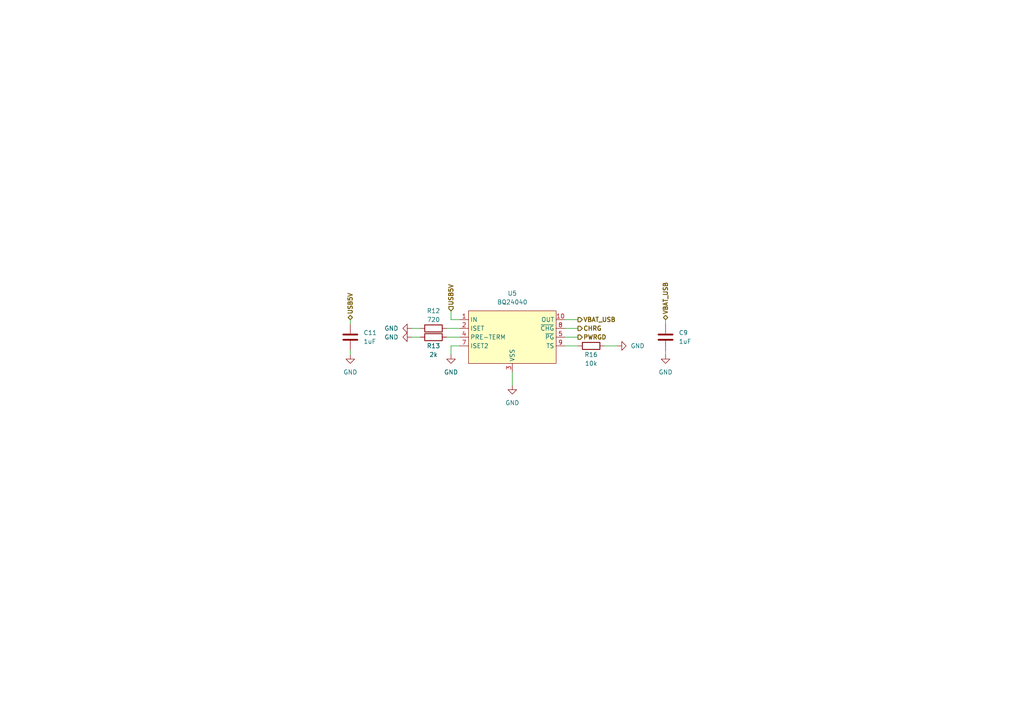
<source format=kicad_sch>
(kicad_sch (version 20230121) (generator eeschema)
  (paper "A4")
  (title_block (title "USB Power Supply") (date "2023-09-19") (rev "1.2.0"))
  (lib_symbols
    (symbol "Device:C" (pin_numbers hide) (pin_names (offset 0.254))
      (property "Reference" "C" (at 0.635 2.54 0))
      (property "Value" "C" (at 0.635 -2.54 0))
      (symbol "C_0_1"
        (polyline (pts (xy -2.032 -0.762) (xy 2.032 -0.762)) (stroke (width 0.508)))
        (polyline (pts (xy -2.032 0.762) (xy 2.032 0.762)) (stroke (width 0.508)))
      )
      (symbol "C_1_1"
        (pin passive line (at 0 3.81 270) (length 2.794) (name "~") (number "1"))
        (pin passive line (at 0 -3.81 90) (length 2.794) (name "~") (number "2"))
      )
    )
    (symbol "Device:R" (pin_numbers hide) (pin_names (offset 0))
      (property "Reference" "R" (at 2.032 0 90))
      (property "Value" "R" (at 0 0 90))
      (symbol "R_0_1"
        (rectangle (start -1.016 -2.54) (end 1.016 2.54) (stroke (width 0.254)))
      )
      (symbol "R_1_1"
        (pin passive line (at 0 3.81 270) (length 1.27) (name "~") (number "1"))
        (pin passive line (at 0 -3.81 90) (length 1.27) (name "~") (number "2"))
      )
    )
    (symbol "PicoUPS:BQ24040"
      (property "Reference" "U" (at 0 0 0))
      (symbol "BQ24040_1_1"
        (rectangle (start -12.7 7.62) (end 12.7 -7.62) (fill (type background)))
        (pin power_in line (at -15.24 5.08 0) (length 2.54) (name "IN") (number "1"))
        (pin power_out line (at 15.24 5.08 180) (length 2.54) (name "OUT") (number "10"))
        (pin power_in line (at 0 10.16 270) (length 2.54) hide (name "GND") (number "11"))
        (pin input line (at -15.24 2.54 0) (length 2.54) (name "ISET") (number "2"))
        (pin power_in line (at 0 -10.16 90) (length 2.54) (name "VSS") (number "3"))
        (pin input line (at -15.24 0 0) (length 2.54) (name "PRE-TERM") (number "4"))
        (pin open_collector line (at 15.24 0 180) (length 2.54) (name "~{PG}") (number "5"))
        (pin no_connect line (at 15.24 -5.08 180) (length 2.54) hide (name "NC") (number "6"))
        (pin input line (at -15.24 -2.54 0) (length 2.54) (name "ISET2") (number "7"))
        (pin open_collector line (at 15.24 2.54 180) (length 2.54) (name "~{CHG}") (number "8"))
        (pin input line (at 15.24 -2.54 180) (length 2.54) (name "TS") (number "9"))
      )
    )
    (symbol "power:GND" (power) (pin_names (offset 0))
      (property "Value" "GND" (at 0 -3.81 0))
      (symbol "GND_0_1"
        (polyline (pts (xy 0 0) (xy 0 -1.27) (xy 1.27 -1.27) (xy 0 -2.54) (xy -1.27 -1.27) (xy 0 -1.27)))
      )
      (symbol "GND_1_1"
        (pin power_in line (at 0 0 270) (length 0) hide (name "GND") (number "1"))
      )
    )
  )
  (wire (pts (xy 129.54 95.25) (xy 133.35 95.25)))
  (wire (pts (xy 119.38 95.25) (xy 121.92 95.25)))
  (wire (pts (xy 193.04 101.6) (xy 193.04 102.87)))
  (wire (pts (xy 175.26 100.33) (xy 179.07 100.33)))
  (wire (pts (xy 163.83 97.79) (xy 167.64 97.79)))
  (wire (pts (xy 129.54 97.79) (xy 133.35 97.79)))
  (wire (pts (xy 101.6 101.6) (xy 101.6 102.87)))
  (wire (pts (xy 148.59 107.95) (xy 148.59 111.76)))
  (wire (pts (xy 130.81 92.71) (xy 133.35 92.71)))
  (wire (pts (xy 163.83 100.33) (xy 167.64 100.33)))
  (wire (pts (xy 130.81 90.17) (xy 130.81 92.71)))
  (wire (pts (xy 163.83 92.71) (xy 167.64 92.71)))
  (wire (pts (xy 130.81 100.33) (xy 130.81 102.87)))
  (wire (pts (xy 193.04 92.71) (xy 193.04 93.98)))
  (wire (pts (xy 101.6 92.71) (xy 101.6 93.98)))
  (wire (pts (xy 163.83 95.25) (xy 167.64 95.25)))
  (wire (pts (xy 133.35 100.33) (xy 130.81 100.33)))
  (wire (pts (xy 119.38 97.79) (xy 121.92 97.79)))
  (hierarchical_label "VBAT_USB" (shape bidirectional) (at 193.04 92.71 90) (effects (font bold)))
  (hierarchical_label "USB5V" (shape input) (at 130.81 90.17 90) (effects (font bold)))
  (hierarchical_label "VBAT_USB" (shape output) (at 167.64 92.71 0) (effects (font bold)))
  (hierarchical_label "USB5V" (shape bidirectional) (at 101.6 92.71 90) (effects (font bold)))
  (hierarchical_label "CHRG" (shape output) (at 167.64 95.25 0) (effects (font bold)))
  (hierarchical_label "PWRGD" (shape output) (at 167.64 97.79 0) (effects (font bold)))
  (symbol (lib_id "Device:R") (at 171.45 100.33 270) (mirror x) (unit 1)
    (property "Reference" "R16" (at 171.45 102.87 90))
    (property "Value" "10k" (at 171.45 105.41 90))
    (property "Footprint" "Resistor_SMD:R_0805_2012Metric" (effects hide))
    (instances (project "picoups" (path "" (reference "R16") (unit 1)) (path "" (reference "R8") (unit 1))))
  )
  (symbol (lib_id "Device:R") (at 125.73 95.25 90) (unit 1)
    (property "Reference" "R12" (at 125.73 90.17 90))
    (property "Value" "720" (at 125.73 92.71 90))
    (property "Footprint" "Resistor_SMD:R_0805_2012Metric" (effects hide))
    (instances (project "picoups" (path "" (reference "R12") (unit 1)) (path "" (reference "R6") (unit 1))))
  )
  (symbol (lib_id "power:GND") (at 119.38 97.79 270) (unit 1)
    (property "Reference" "#PWR034" (effects hide))
    (property "Value" "GND" (at 115.57 97.79 90) (effects (justify right)))
    (instances (project "picoups" (path "" (reference "#PWR034") (unit 1)) (path "" (reference "#PWR06") (unit 1))))
  )
  (symbol (lib_id "PicoUPS:BQ24040") (at 148.59 97.79 0) (unit 1)
    (property "Reference" "U5" (at 148.59 85.09 0))
    (property "Value" "BQ24040" (at 148.59 87.63 0))
    (property "Footprint" "PicoUPS:WSON-10-1EP_2x2mm_P0.5mm" (effects hide))
    (instances (project "picoups" (path "" (reference "U5") (unit 1)) (path "" (reference "U4") (unit 1))))
  )
  (symbol (lib_id "power:GND") (at 119.38 95.25 270) (unit 1)
    (property "Reference" "#PWR033" (effects hide))
    (property "Value" "GND" (at 115.57 95.25 90) (effects (justify right)))
    (instances (project "picoups" (path "" (reference "#PWR033") (unit 1)) (path "" (reference "#PWR03") (unit 1))))
  )
  (symbol (lib_id "power:GND") (at 101.6 102.87 0) (unit 1)
    (property "Reference" "#PWR037" (effects hide))
    (property "Value" "GND" (at 101.6 107.95 0))
    (instances (project "picoups" (path "" (reference "#PWR037") (unit 1)) (path "" (reference "#PWR02") (unit 1))))
  )
  (symbol (lib_id "Device:R") (at 125.73 97.79 90) (mirror x) (unit 1)
    (property "Reference" "R13" (at 125.73 100.33 90))
    (property "Value" "2k" (at 125.73 102.87 90))
    (property "Footprint" "Resistor_SMD:R_0805_2012Metric" (effects hide))
    (instances (project "picoups" (path "" (reference "R13") (unit 1)) (path "" (reference "R7") (unit 1))))
  )
  (symbol (lib_id "Device:C") (at 101.6 97.79 0) (mirror x) (unit 1)
    (property "Reference" "C11" (at 105.41 96.52 0) (effects (justify left)))
    (property "Value" "1uF" (at 105.41 99.06 0) (effects (justify left)))
    (property "Footprint" "Capacitor_SMD:C_0805_2012Metric" (effects hide))
    (instances (project "picoups" (path "" (reference "C11") (unit 1)) (path "" (reference "C9") (unit 1))))
  )
  (symbol (lib_id "Device:C") (at 193.04 97.79 0) (unit 1)
    (property "Reference" "C9" (at 196.85 96.52 0) (effects (justify left)))
    (property "Value" "1uF" (at 196.85 99.06 0) (effects (justify left)))
    (property "Footprint" "Capacitor_SMD:C_0805_2012Metric" (effects hide))
    (instances (project "picoups" (path "" (reference "C9") (unit 1)) (path "" (reference "C10") (unit 1))))
  )
  (symbol (lib_id "power:GND") (at 148.59 111.76 0) (unit 1)
    (property "Reference" "#PWR035" (effects hide))
    (property "Value" "GND" (at 148.59 116.84 0))
    (instances (project "picoups" (path "" (reference "#PWR035") (unit 1)) (path "" (reference "#PWR08") (unit 1))))
  )
  (symbol (lib_id "power:GND") (at 193.04 102.87 0) (unit 1)
    (property "Reference" "#PWR038" (effects hide))
    (property "Value" "GND" (at 193.04 107.95 0))
    (instances (project "picoups" (path "" (reference "#PWR038") (unit 1)) (path "" (reference "#PWR010") (unit 1))))
  )
  (symbol (lib_id "power:GND") (at 179.07 100.33 90) (unit 1)
    (property "Reference" "#PWR036" (effects hide))
    (property "Value" "GND" (at 182.88 100.33 90) (effects (justify right)))
    (instances (project "picoups" (path "" (reference "#PWR036") (unit 1)) (path "" (reference "#PWR09") (unit 1))))
  )
  (symbol (lib_id "power:GND") (at 130.81 102.87 0) (unit 1)
    (property "Reference" "#PWR031" (effects hide))
    (property "Value" "GND" (at 130.81 107.95 0))
    (instances (project "picoups" (path "" (reference "#PWR031") (unit 1)) (path "" (reference "#PWR07") (unit 1))))
  )
)
</source>
